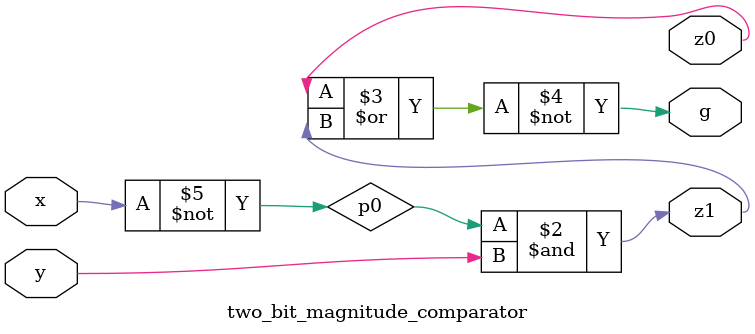
<source format=v>
module two_bit_magnitude_comparator(z0,g,z1,x,y);
  input x,y;
  output z0,g,z1; // z0:- x>y , g:- x=y , z1:- x<y //
  wire p0,p1,z0,z1;
  not (p0,x);
  not (p1,y);
  and (zo,x,p1);
  and (z1,p0,y);
  nor (g,z0,z1);
endmodule

  
  

</source>
